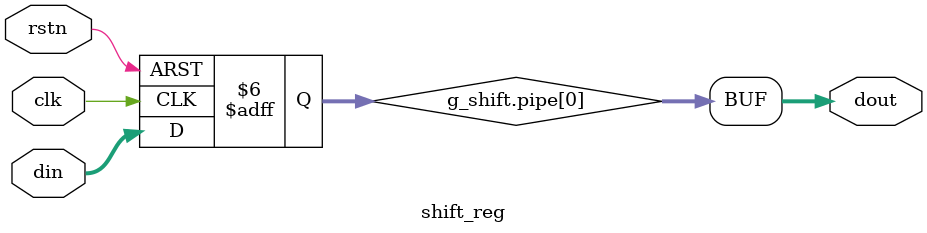
<source format=v>

module softplus_or_exp16 #(  // Delay = 16
    parameter integer DW       = 16,
    // Latencies for your FP16 IPs (set these to your actual IP configs)
    parameter integer LAT_MUL  = 1,    // FP16 mul latency
    parameter integer LAT_ADD  = 1,   // FP16 add/sub latency
    parameter integer LAT_DIV  = 1,   // FP16 div latency
    // Latency from exp.valid_i to exp.valid_o for your exp16_base2_pwl8
    parameter integer LAT_EXP  = 12,   // <-- set to actual exp module latency
    // FP16 constants (IEEE-754 half precision bit patterns)
    parameter [DW-1:0] FP16_ONE     = 16'h3C00, // 1.0
    parameter [DW-1:0] FP16_LN2     = 16'h398C, // ln(2) ≈ 0.693147
    parameter [DW-1:0] FP16_INV_LN2 = 16'h3DC5  // 1/ln(2) ≈ 1.442695
)(
    input  wire          clk,
    input  wire          rstn,
    input  wire          valid_i,
    input  wire          mode_softplus_i, // 1: softplus, 0: exp
    input  wire [DW-1:0] x_i,
    output wire [DW-1:0] y_o_S,
    output wire          valid_o_S,
    output wire [DW-1:0] y_o_e,
    output wire          valid_o_e,
    output wire          mode_softplus_o
);

    // --------------------------
    // Stage A: Preprocess for EXP input
    // Compute t_soft = (-x) * (1/ln2) when softplus, else pass x.
    // Align both to feed exp on the same cycle.
    // --------------------------

    // Negate x in FP16 by flipping sign bit (OK for ±0 too)
    wire [DW-1:0] x_neg = {~x_i[DW-1], x_i[DW-2:0]};

    // x_delayed_for_exp_path: delay x by LAT_MUL to align with the mul output
    wire [DW-1:0] x_d_mul_aligned;
    wire          v_d_mul_aligned;
    wire          mode_d_mul_aligned;

    shift_reg #(.DW(DW+2), .DEPTH(LAT_MUL)) u_align_x_mode_preexp (
        .clk(clk), .rstn(rstn),
        .din({x_i, mode_softplus_i, valid_i}),
        .dout({x_d_mul_aligned, mode_d_mul_aligned, v_d_mul_aligned})
    );

    // t_soft = x_neg * inv_ln2
    wire [DW-1:0] t_soft;
    wire          t_soft_v;

    fp16_mul #(.DW(DW), .LAT(LAT_MUL)) u_mul_invln2 (
        .clk(clk), .rstn(rstn),
        .valid_i(valid_i),
        .a_i(x_neg),
        .b_i(FP16_INV_LN2),
        .p_o(t_soft),
        .valid_o(t_soft_v)
    );
    

    // Select exp input: softplus ? t_soft : x (aligned)
    wire [DW-1:0] exp_x_i  = mode_d_mul_aligned ? t_soft       : x_d_mul_aligned;
    wire          exp_v_i  = v_d_mul_aligned; // both arms aligned in time

    // --------------------------
    // Stage B: Single EXP engine (shared)
    // --------------------------

    wire [DW-1:0] exp_y;
    wire          exp_v_o;

    exp16_base2_pwl8 #(
        .DW(DW),
        .LAT_MUL(LAT_MUL),
        .LAT_ADD(LAT_ADD)
        // K_MIN/K_MAX as needed
    ) u_exp (
        .clk(clk),
        .rstn(rstn),
        .valid_i(exp_v_i),
        .x_i(exp_x_i),   // interprets as "natural exp input"; module does base-2 internally
        .y_o(exp_y),     // ≈ exp(exp_x_i)
        .valid_o(exp_v_o)
    );

    // Also carry forward x & mode to match exp_y timing (LAT_EXP cycles after exp_v_i)
    wire [DW-1:0] x_d_expo;
    wire          mode_d_expo;
    wire          v_d_expo;

    shift_reg #(.DW(DW+2), .DEPTH(LAT_EXP)) u_align_x_mode_postexp (
        .clk(clk), .rstn(rstn),
        .din({x_d_mul_aligned, mode_d_mul_aligned, exp_v_i}),
        .dout({x_d_expo,       mode_d_expo,       v_d_expo})
    );

    assign y_o_e = exp_y;
    assign valid_o_e = exp_v_o & ~mode_d_expo;

    // --------------------------
    // Stage C: Post-EXP
    // For softplus: denom = (1 - exp_y), y_soft = x / denom
    // For exp: just pass exp_y through a delay to match overall latency
    // --------------------------

    // denom = 1 - exp_y
    wire [DW-1:0] m_exp_y = {~exp_y[DW-1], exp_y[DW-2:0]};
    
    wire [DW-1:0] one_minus_exp;
    wire          one_minus_exp_v;

    fp16_add #(.DW(DW), .LAT(LAT_ADD)) u_sub_one_minus_exp (
        .clk(clk), .rstn(rstn),
        .valid_i(exp_v_o),
        .a_i(FP16_ONE),
        .b_i(m_exp_y),
        .sum_o(one_minus_exp),
        .valid_o(one_minus_exp_v)
    );
    
    wire [DW-1:0] one_minus_exp_d;
    shift_reg #(.DW(DW), .DEPTH(1)) u_align_minus_exp_y (
        .clk(clk), .rstn(rstn),
        .din({one_minus_exp}),
        .dout({one_minus_exp_d})
    );
    
    // y_soft = x / (1 - exp_y)
    // x must be aligned to one_minus_exp_v timing
    wire [DW-1:0] x_d_for_div;
    wire          v_d_for_div;
    wire          mode_d_for_div;

    shift_reg #(.DW(DW+2), .DEPTH(LAT_ADD+1)) u_align_x_mode_for_div (
        .clk(clk), .rstn(rstn),
        .din({x_d_expo, mode_d_expo, exp_v_o}),
        .dout({x_d_for_div, mode_d_for_div, v_d_for_div})
    );

    wire [DW-1:0] y_soft_div;
    wire          y_soft_div_v;

    div_fp16 #(.DW(DW), .LAT(LAT_DIV)) u_div_softplus (
        .clk(clk), .rstn(rstn),
        .valid_i(v_d_for_div),
        .a_i(x_d_for_div),
        .b_i(one_minus_exp_d),
        .y_o(y_soft_div),
        .valid_o(y_soft_div_v)
    );

    // --------------------------
    // Stage D: x==0 ? ln2 : (x/(1-exp(...)))  (softplus 전용 보호)
    // 입력에서의 x==0 플래그를 최종 출력 타이밍까지 전달
    // 총 지연 = StageA(LAT_MUL) + LAT_EXP + LAT_ADD + LAT_DIV
    //       = LAT_MUL + LAT_EXP + POST_SOFT_LAT
    // --------------------------
    localparam integer POST_SOFT_LAT = (LAT_ADD + LAT_DIV);
    localparam integer TOT_LAT = LAT_MUL + LAT_EXP + POST_SOFT_LAT;

    wire x_is_zero_in  = (x_i[DW-2:0] == { (DW-1){1'b0} }); // exp==0 && frac==0 → ±0
    wire x_zero_at_out;

    shift_reg #(.DW(1), .DEPTH(TOT_LAT)) u_zero_flag_delay (
        .clk(clk), .rstn(rstn),
        .din(x_is_zero_in),
        .dout(x_zero_at_out)
    );

    wire mode_softplus_o_delay;

    shift_reg #(.DW(1), .DEPTH(TOT_LAT)) u_mode_delay (
        .clk(clk), .rstn(rstn),
        .din(mode_softplus_i),
        .dout(mode_softplus_o_delay)
    );

    assign mode_softplus_o = mode_softplus_o_delay;

    assign y_o_S     = x_zero_at_out ? FP16_LN2 : y_soft_div;
    assign valid_o_S = y_soft_div_v & mode_d_for_div;

endmodule

// ----------------------
// Simple shift register for alignment
// ----------------------
module shift_reg #(
    parameter integer DW    = 8,
    parameter integer DEPTH = 1
)(
    input  wire           clk,
    input  wire           rstn,
    input  wire [DW-1:0]  din,
    output wire [DW-1:0]  dout
);
    generate
        if (DEPTH == 0) begin : g_bypass
            assign dout = din;
        end else begin : g_shift
            reg [DW-1:0] pipe [0:DEPTH-1];
            integer i;
            always @(posedge clk or negedge rstn) begin
                if (!rstn) begin
                    for (i=0; i<DEPTH; i=i+1) pipe[i] <= {DW{1'b0}};
                end else begin
                    pipe[0] <= din;
                    for (i=1; i<DEPTH; i=i+1) pipe[i] <= pipe[i-1];
                end
            end
            assign dout = pipe[DEPTH-1];
        end
    endgenerate
endmodule

</source>
